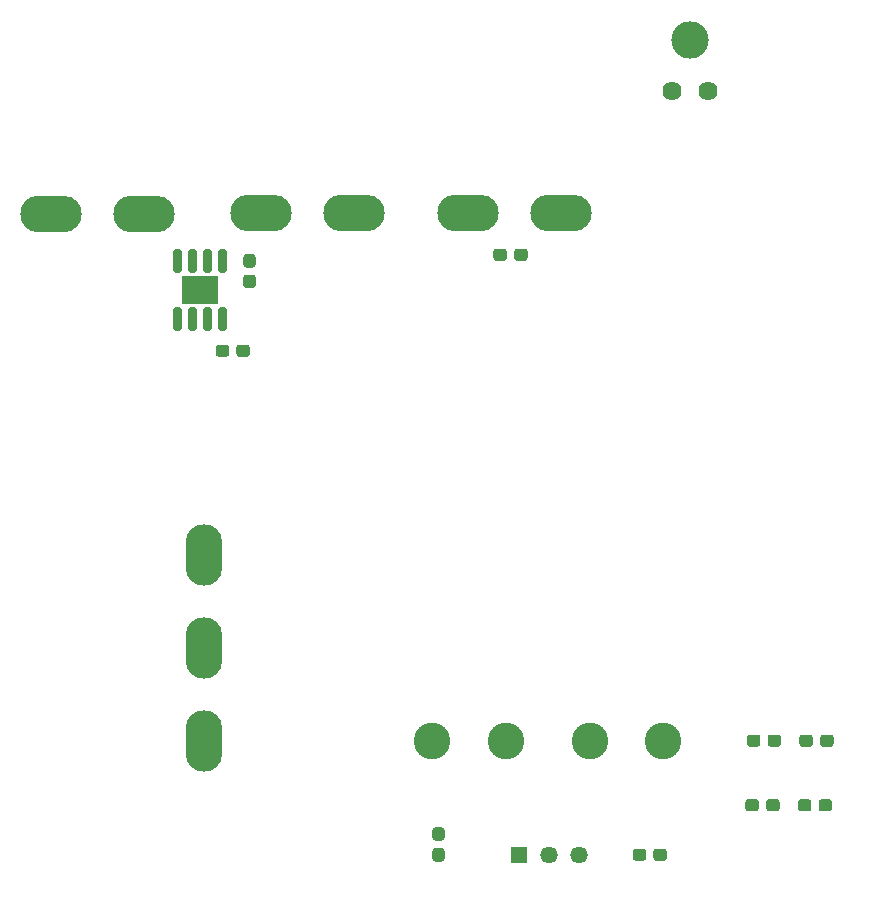
<source format=gbr>
%TF.GenerationSoftware,KiCad,Pcbnew,(5.1.6)-1*%
%TF.CreationDate,2022-03-14T17:12:03-05:00*%
%TF.ProjectId,2022 Multimedia Rev1,32303232-204d-4756-9c74-696d65646961,rev?*%
%TF.SameCoordinates,Original*%
%TF.FileFunction,Soldermask,Top*%
%TF.FilePolarity,Negative*%
%FSLAX46Y46*%
G04 Gerber Fmt 4.6, Leading zero omitted, Abs format (unit mm)*
G04 Created by KiCad (PCBNEW (5.1.6)-1) date 2022-03-14 17:12:03*
%MOMM*%
%LPD*%
G01*
G04 APERTURE LIST*
%ADD10O,5.200000X3.100000*%
%ADD11O,3.100000X5.200000*%
%ADD12C,1.624000*%
%ADD13C,3.173400*%
%ADD14C,3.100000*%
%ADD15R,1.458000X1.458000*%
%ADD16C,1.458000*%
%ADD17R,3.100000X2.390000*%
G04 APERTURE END LIST*
D10*
%TO.C,Conn4*%
X160528000Y-50800000D03*
X152654000Y-50800000D03*
%TD*%
D11*
%TO.C,Conn1*%
X130302000Y-79744000D03*
X130279000Y-95492000D03*
X130302000Y-87630000D03*
%TD*%
D12*
%TO.C,Data*%
X169926000Y-40513000D03*
X172974000Y-40513000D03*
D13*
X171450000Y-36195000D03*
%TD*%
D14*
%TO.C,U2*%
X149606000Y-95504000D03*
X169164000Y-95567500D03*
X162941000Y-95504000D03*
X155829000Y-95504000D03*
%TD*%
D15*
%TO.C,U1*%
X156972000Y-105156000D03*
D16*
X159512000Y-105156000D03*
X162052000Y-105156000D03*
%TD*%
D10*
%TO.C,Conn3*%
X142960000Y-50800000D03*
X135086000Y-50800000D03*
%TD*%
%TO.C,Conn2*%
X125222000Y-50927000D03*
X117348000Y-50927000D03*
%TD*%
%TO.C,C10*%
G36*
G01*
X133849500Y-56039000D02*
X134374500Y-56039000D01*
G75*
G02*
X134637000Y-56301500I0J-262500D01*
G01*
X134637000Y-56926500D01*
G75*
G02*
X134374500Y-57189000I-262500J0D01*
G01*
X133849500Y-57189000D01*
G75*
G02*
X133587000Y-56926500I0J262500D01*
G01*
X133587000Y-56301500D01*
G75*
G02*
X133849500Y-56039000I262500J0D01*
G01*
G37*
G36*
G01*
X133849500Y-54289000D02*
X134374500Y-54289000D01*
G75*
G02*
X134637000Y-54551500I0J-262500D01*
G01*
X134637000Y-55176500D01*
G75*
G02*
X134374500Y-55439000I-262500J0D01*
G01*
X133849500Y-55439000D01*
G75*
G02*
X133587000Y-55176500I0J262500D01*
G01*
X133587000Y-54551500D01*
G75*
G02*
X133849500Y-54289000I262500J0D01*
G01*
G37*
%TD*%
%TO.C,C9*%
G36*
G01*
X133001000Y-62746500D02*
X133001000Y-62221500D01*
G75*
G02*
X133263500Y-61959000I262500J0D01*
G01*
X133888500Y-61959000D01*
G75*
G02*
X134151000Y-62221500I0J-262500D01*
G01*
X134151000Y-62746500D01*
G75*
G02*
X133888500Y-63009000I-262500J0D01*
G01*
X133263500Y-63009000D01*
G75*
G02*
X133001000Y-62746500I0J262500D01*
G01*
G37*
G36*
G01*
X131251000Y-62746500D02*
X131251000Y-62221500D01*
G75*
G02*
X131513500Y-61959000I262500J0D01*
G01*
X132138500Y-61959000D01*
G75*
G02*
X132401000Y-62221500I0J-262500D01*
G01*
X132401000Y-62746500D01*
G75*
G02*
X132138500Y-63009000I-262500J0D01*
G01*
X131513500Y-63009000D01*
G75*
G02*
X131251000Y-62746500I0J262500D01*
G01*
G37*
%TD*%
D17*
%TO.C,U3*%
X129921000Y-57339000D03*
G36*
G01*
X131651000Y-58789000D02*
X132001000Y-58789000D01*
G75*
G02*
X132176000Y-58964000I0J-175000D01*
G01*
X132176000Y-60664000D01*
G75*
G02*
X132001000Y-60839000I-175000J0D01*
G01*
X131651000Y-60839000D01*
G75*
G02*
X131476000Y-60664000I0J175000D01*
G01*
X131476000Y-58964000D01*
G75*
G02*
X131651000Y-58789000I175000J0D01*
G01*
G37*
G36*
G01*
X130381000Y-58789000D02*
X130731000Y-58789000D01*
G75*
G02*
X130906000Y-58964000I0J-175000D01*
G01*
X130906000Y-60664000D01*
G75*
G02*
X130731000Y-60839000I-175000J0D01*
G01*
X130381000Y-60839000D01*
G75*
G02*
X130206000Y-60664000I0J175000D01*
G01*
X130206000Y-58964000D01*
G75*
G02*
X130381000Y-58789000I175000J0D01*
G01*
G37*
G36*
G01*
X129111000Y-58789000D02*
X129461000Y-58789000D01*
G75*
G02*
X129636000Y-58964000I0J-175000D01*
G01*
X129636000Y-60664000D01*
G75*
G02*
X129461000Y-60839000I-175000J0D01*
G01*
X129111000Y-60839000D01*
G75*
G02*
X128936000Y-60664000I0J175000D01*
G01*
X128936000Y-58964000D01*
G75*
G02*
X129111000Y-58789000I175000J0D01*
G01*
G37*
G36*
G01*
X127841000Y-58789000D02*
X128191000Y-58789000D01*
G75*
G02*
X128366000Y-58964000I0J-175000D01*
G01*
X128366000Y-60664000D01*
G75*
G02*
X128191000Y-60839000I-175000J0D01*
G01*
X127841000Y-60839000D01*
G75*
G02*
X127666000Y-60664000I0J175000D01*
G01*
X127666000Y-58964000D01*
G75*
G02*
X127841000Y-58789000I175000J0D01*
G01*
G37*
G36*
G01*
X127841000Y-53839000D02*
X128191000Y-53839000D01*
G75*
G02*
X128366000Y-54014000I0J-175000D01*
G01*
X128366000Y-55714000D01*
G75*
G02*
X128191000Y-55889000I-175000J0D01*
G01*
X127841000Y-55889000D01*
G75*
G02*
X127666000Y-55714000I0J175000D01*
G01*
X127666000Y-54014000D01*
G75*
G02*
X127841000Y-53839000I175000J0D01*
G01*
G37*
G36*
G01*
X129111000Y-53839000D02*
X129461000Y-53839000D01*
G75*
G02*
X129636000Y-54014000I0J-175000D01*
G01*
X129636000Y-55714000D01*
G75*
G02*
X129461000Y-55889000I-175000J0D01*
G01*
X129111000Y-55889000D01*
G75*
G02*
X128936000Y-55714000I0J175000D01*
G01*
X128936000Y-54014000D01*
G75*
G02*
X129111000Y-53839000I175000J0D01*
G01*
G37*
G36*
G01*
X130381000Y-53839000D02*
X130731000Y-53839000D01*
G75*
G02*
X130906000Y-54014000I0J-175000D01*
G01*
X130906000Y-55714000D01*
G75*
G02*
X130731000Y-55889000I-175000J0D01*
G01*
X130381000Y-55889000D01*
G75*
G02*
X130206000Y-55714000I0J175000D01*
G01*
X130206000Y-54014000D01*
G75*
G02*
X130381000Y-53839000I175000J0D01*
G01*
G37*
G36*
G01*
X131651000Y-53839000D02*
X132001000Y-53839000D01*
G75*
G02*
X132176000Y-54014000I0J-175000D01*
G01*
X132176000Y-55714000D01*
G75*
G02*
X132001000Y-55889000I-175000J0D01*
G01*
X131651000Y-55889000D01*
G75*
G02*
X131476000Y-55714000I0J175000D01*
G01*
X131476000Y-54014000D01*
G75*
G02*
X131651000Y-53839000I175000J0D01*
G01*
G37*
%TD*%
%TO.C,R2*%
G36*
G01*
X177373000Y-95241500D02*
X177373000Y-95766500D01*
G75*
G02*
X177110500Y-96029000I-262500J0D01*
G01*
X176485500Y-96029000D01*
G75*
G02*
X176223000Y-95766500I0J262500D01*
G01*
X176223000Y-95241500D01*
G75*
G02*
X176485500Y-94979000I262500J0D01*
G01*
X177110500Y-94979000D01*
G75*
G02*
X177373000Y-95241500I0J-262500D01*
G01*
G37*
G36*
G01*
X179123000Y-95241500D02*
X179123000Y-95766500D01*
G75*
G02*
X178860500Y-96029000I-262500J0D01*
G01*
X178235500Y-96029000D01*
G75*
G02*
X177973000Y-95766500I0J262500D01*
G01*
X177973000Y-95241500D01*
G75*
G02*
X178235500Y-94979000I262500J0D01*
G01*
X178860500Y-94979000D01*
G75*
G02*
X179123000Y-95241500I0J-262500D01*
G01*
G37*
%TD*%
%TO.C,R1*%
G36*
G01*
X177246000Y-100702500D02*
X177246000Y-101227500D01*
G75*
G02*
X176983500Y-101490000I-262500J0D01*
G01*
X176358500Y-101490000D01*
G75*
G02*
X176096000Y-101227500I0J262500D01*
G01*
X176096000Y-100702500D01*
G75*
G02*
X176358500Y-100440000I262500J0D01*
G01*
X176983500Y-100440000D01*
G75*
G02*
X177246000Y-100702500I0J-262500D01*
G01*
G37*
G36*
G01*
X178996000Y-100702500D02*
X178996000Y-101227500D01*
G75*
G02*
X178733500Y-101490000I-262500J0D01*
G01*
X178108500Y-101490000D01*
G75*
G02*
X177846000Y-101227500I0J262500D01*
G01*
X177846000Y-100702500D01*
G75*
G02*
X178108500Y-100440000I262500J0D01*
G01*
X178733500Y-100440000D01*
G75*
G02*
X178996000Y-100702500I0J-262500D01*
G01*
G37*
%TD*%
%TO.C,D2*%
G36*
G01*
X181818000Y-95241500D02*
X181818000Y-95766500D01*
G75*
G02*
X181555500Y-96029000I-262500J0D01*
G01*
X180930500Y-96029000D01*
G75*
G02*
X180668000Y-95766500I0J262500D01*
G01*
X180668000Y-95241500D01*
G75*
G02*
X180930500Y-94979000I262500J0D01*
G01*
X181555500Y-94979000D01*
G75*
G02*
X181818000Y-95241500I0J-262500D01*
G01*
G37*
G36*
G01*
X183568000Y-95241500D02*
X183568000Y-95766500D01*
G75*
G02*
X183305500Y-96029000I-262500J0D01*
G01*
X182680500Y-96029000D01*
G75*
G02*
X182418000Y-95766500I0J262500D01*
G01*
X182418000Y-95241500D01*
G75*
G02*
X182680500Y-94979000I262500J0D01*
G01*
X183305500Y-94979000D01*
G75*
G02*
X183568000Y-95241500I0J-262500D01*
G01*
G37*
%TD*%
%TO.C,D1*%
G36*
G01*
X181691000Y-100702500D02*
X181691000Y-101227500D01*
G75*
G02*
X181428500Y-101490000I-262500J0D01*
G01*
X180803500Y-101490000D01*
G75*
G02*
X180541000Y-101227500I0J262500D01*
G01*
X180541000Y-100702500D01*
G75*
G02*
X180803500Y-100440000I262500J0D01*
G01*
X181428500Y-100440000D01*
G75*
G02*
X181691000Y-100702500I0J-262500D01*
G01*
G37*
G36*
G01*
X183441000Y-100702500D02*
X183441000Y-101227500D01*
G75*
G02*
X183178500Y-101490000I-262500J0D01*
G01*
X182553500Y-101490000D01*
G75*
G02*
X182291000Y-101227500I0J262500D01*
G01*
X182291000Y-100702500D01*
G75*
G02*
X182553500Y-100440000I262500J0D01*
G01*
X183178500Y-100440000D01*
G75*
G02*
X183441000Y-100702500I0J-262500D01*
G01*
G37*
%TD*%
%TO.C,C7*%
G36*
G01*
X156510000Y-54618500D02*
X156510000Y-54093500D01*
G75*
G02*
X156772500Y-53831000I262500J0D01*
G01*
X157397500Y-53831000D01*
G75*
G02*
X157660000Y-54093500I0J-262500D01*
G01*
X157660000Y-54618500D01*
G75*
G02*
X157397500Y-54881000I-262500J0D01*
G01*
X156772500Y-54881000D01*
G75*
G02*
X156510000Y-54618500I0J262500D01*
G01*
G37*
G36*
G01*
X154760000Y-54618500D02*
X154760000Y-54093500D01*
G75*
G02*
X155022500Y-53831000I262500J0D01*
G01*
X155647500Y-53831000D01*
G75*
G02*
X155910000Y-54093500I0J-262500D01*
G01*
X155910000Y-54618500D01*
G75*
G02*
X155647500Y-54881000I-262500J0D01*
G01*
X155022500Y-54881000D01*
G75*
G02*
X154760000Y-54618500I0J262500D01*
G01*
G37*
%TD*%
%TO.C,C4*%
G36*
G01*
X168307000Y-105418500D02*
X168307000Y-104893500D01*
G75*
G02*
X168569500Y-104631000I262500J0D01*
G01*
X169194500Y-104631000D01*
G75*
G02*
X169457000Y-104893500I0J-262500D01*
G01*
X169457000Y-105418500D01*
G75*
G02*
X169194500Y-105681000I-262500J0D01*
G01*
X168569500Y-105681000D01*
G75*
G02*
X168307000Y-105418500I0J262500D01*
G01*
G37*
G36*
G01*
X166557000Y-105418500D02*
X166557000Y-104893500D01*
G75*
G02*
X166819500Y-104631000I262500J0D01*
G01*
X167444500Y-104631000D01*
G75*
G02*
X167707000Y-104893500I0J-262500D01*
G01*
X167707000Y-105418500D01*
G75*
G02*
X167444500Y-105681000I-262500J0D01*
G01*
X166819500Y-105681000D01*
G75*
G02*
X166557000Y-105418500I0J262500D01*
G01*
G37*
%TD*%
%TO.C,C1*%
G36*
G01*
X150376500Y-103981000D02*
X149851500Y-103981000D01*
G75*
G02*
X149589000Y-103718500I0J262500D01*
G01*
X149589000Y-103093500D01*
G75*
G02*
X149851500Y-102831000I262500J0D01*
G01*
X150376500Y-102831000D01*
G75*
G02*
X150639000Y-103093500I0J-262500D01*
G01*
X150639000Y-103718500D01*
G75*
G02*
X150376500Y-103981000I-262500J0D01*
G01*
G37*
G36*
G01*
X150376500Y-105731000D02*
X149851500Y-105731000D01*
G75*
G02*
X149589000Y-105468500I0J262500D01*
G01*
X149589000Y-104843500D01*
G75*
G02*
X149851500Y-104581000I262500J0D01*
G01*
X150376500Y-104581000D01*
G75*
G02*
X150639000Y-104843500I0J-262500D01*
G01*
X150639000Y-105468500D01*
G75*
G02*
X150376500Y-105731000I-262500J0D01*
G01*
G37*
%TD*%
M02*

</source>
